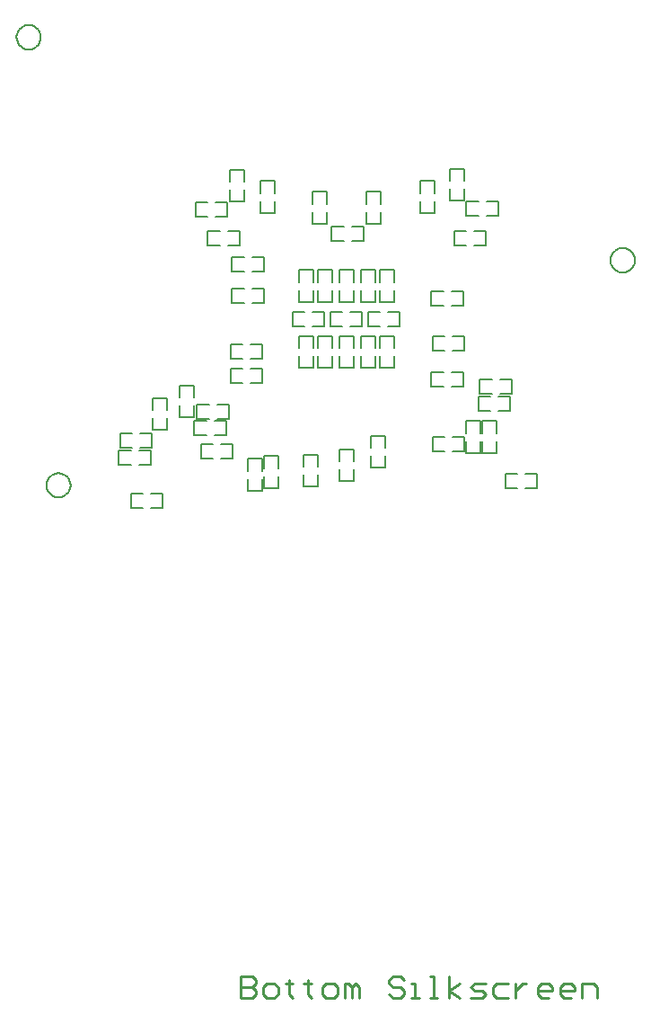
<source format=gbo>
%FSLAX24Y24*%
%MOIN*%
G70*
G01*
G75*
%ADD10C,0.0040*%
%ADD11C,0.0400*%
%ADD12C,0.0157*%
%ADD13R,0.0236X0.0906*%
%ADD14R,0.0380X0.0380*%
%ADD15R,0.0315X0.0472*%
%ADD16R,0.0650X0.0500*%
%ADD17R,0.0600X0.1000*%
%ADD18R,0.0600X0.0600*%
%ADD19R,0.0551X0.0512*%
%ADD20R,0.0472X0.0394*%
%ADD21R,0.1000X0.0600*%
%ADD22R,0.0433X0.0236*%
%ADD23R,0.0800X0.0800*%
%ADD24R,0.2480X0.0846*%
%ADD25R,0.0500X0.0600*%
%ADD26R,0.0512X0.0551*%
%ADD27R,0.0394X0.0472*%
%ADD28O,0.0846X0.0138*%
%ADD29R,0.0846X0.0138*%
%ADD30R,0.1181X0.1575*%
%ADD31C,0.0100*%
%ADD32C,0.0060*%
%ADD33C,0.0050*%
%ADD34C,0.0138*%
%ADD35C,0.0200*%
%ADD36C,0.0250*%
%ADD37C,0.0130*%
%ADD38C,0.0500*%
%ADD39C,0.0300*%
%ADD40C,0.0400*%
%ADD41C,0.0110*%
%ADD42C,0.0098*%
%ADD43C,0.0600*%
%ADD44P,0.0600X8X0*%
%ADD45C,0.0620*%
%ADD46P,0.0620X8X0*%
%ADD47C,0.0180*%
%ADD48C,0.0200*%
%ADD49C,0.0500*%
%ADD50C,0.0150*%
%ADD51C,0.0080*%
%ADD52C,0.0059*%
%ADD53C,0.0098*%
%ADD54C,0.0079*%
D32*
X94969Y81613D02*
X95411D01*
X94969Y81082D02*
Y81613D01*
Y81082D02*
X95411D01*
X95706D02*
X96148D01*
Y81613D01*
X95706D02*
X96148D01*
X85556Y89645D02*
X85998D01*
Y89114D02*
Y89645D01*
X85556Y89114D02*
X85998D01*
X84819D02*
X85261D01*
X84819D02*
Y89645D01*
X85261D01*
X81406Y83113D02*
X81848D01*
Y82582D02*
Y83113D01*
X81406Y82582D02*
X81848D01*
X80669D02*
X81111D01*
X80669D02*
Y83113D01*
X81111D01*
X85418Y80983D02*
Y81425D01*
Y80983D02*
X85949D01*
Y81425D01*
Y81720D02*
Y82162D01*
X85418D02*
X85949D01*
X85418Y81720D02*
Y82162D01*
X86018Y81083D02*
Y81525D01*
Y81083D02*
X86549D01*
Y81525D01*
Y81820D02*
Y82262D01*
X86018D02*
X86549D01*
X86018Y81820D02*
Y82262D01*
X94019Y85113D02*
X94461D01*
X94019Y84582D02*
Y85113D01*
Y84582D02*
X94461D01*
X94756D02*
X95198D01*
Y85113D01*
X94756D02*
X95198D01*
X87318Y87983D02*
Y88425D01*
Y87983D02*
X87849D01*
Y88425D01*
Y88720D02*
Y89162D01*
X87318D02*
X87849D01*
X87318Y88720D02*
Y89162D01*
X89206Y87082D02*
X89648D01*
Y87613D01*
X89206D02*
X89648D01*
X88469D02*
X88911D01*
X88469Y87082D02*
Y87613D01*
Y87082D02*
X88911D01*
X82875Y83703D02*
Y84145D01*
Y83703D02*
X83405D01*
Y84145D01*
Y84440D02*
Y84882D01*
X82875D02*
X83405D01*
X82875Y84440D02*
Y84882D01*
X88018Y88720D02*
Y89162D01*
X88549D01*
Y88720D02*
Y89162D01*
Y87983D02*
Y88425D01*
X88018Y87983D02*
X88549D01*
X88018D02*
Y88425D01*
X90318Y88720D02*
Y89162D01*
X90849D01*
Y88720D02*
Y89162D01*
Y87983D02*
Y88425D01*
X90318Y87983D02*
X90849D01*
X90318D02*
Y88425D01*
X87849Y85533D02*
Y85975D01*
X87318Y85533D02*
X87849D01*
X87318D02*
Y85975D01*
Y86270D02*
Y86712D01*
X87849D01*
Y86270D02*
Y86712D01*
X90149Y85533D02*
Y85975D01*
X89618Y85533D02*
X90149D01*
X89618D02*
Y85975D01*
Y86270D02*
Y86712D01*
X90149D01*
Y86270D02*
Y86712D01*
X93518Y83120D02*
Y83562D01*
X94049D01*
Y83120D02*
Y83562D01*
Y82383D02*
Y82825D01*
X93518Y82383D02*
X94049D01*
X93518D02*
Y82825D01*
X85259Y91699D02*
Y92141D01*
X84729Y91699D02*
X85259D01*
X84729D02*
Y92141D01*
Y92436D02*
Y92878D01*
X85259D01*
Y92436D02*
Y92878D01*
X84406Y82713D02*
X84848D01*
Y82182D02*
Y82713D01*
X84406Y82182D02*
X84848D01*
X83669D02*
X84111D01*
X83669D02*
Y82713D01*
X84111D01*
X93519Y91182D02*
X93961D01*
X93519D02*
Y91713D01*
X93961D01*
X94256D02*
X94698D01*
Y91182D02*
Y91713D01*
X94256Y91182D02*
X94698D01*
X89618Y88720D02*
Y89162D01*
X90149D01*
Y88720D02*
Y89162D01*
Y87983D02*
Y88425D01*
X89618Y87983D02*
X90149D01*
X89618D02*
Y88425D01*
X88549Y85533D02*
Y85975D01*
X88018Y85533D02*
X88549D01*
X88018D02*
Y85975D01*
Y86270D02*
Y86712D01*
X88549D01*
Y86270D02*
Y86712D01*
X90849Y85533D02*
Y85975D01*
X90318Y85533D02*
X90849D01*
X90318D02*
Y85975D01*
Y86270D02*
Y86712D01*
X90849D01*
Y86270D02*
Y86712D01*
X84206Y91663D02*
X84648D01*
Y91132D02*
Y91663D01*
X84206Y91132D02*
X84648D01*
X83469D02*
X83911D01*
X83469D02*
Y91663D01*
X83911D01*
X93449Y91733D02*
Y92175D01*
X92918Y91733D02*
X93449D01*
X92918D02*
Y92175D01*
Y92470D02*
Y92912D01*
X93449D01*
Y92470D02*
Y92912D01*
X88519Y90232D02*
X88961D01*
X88519D02*
Y90763D01*
X88961D01*
X89256D02*
X89698D01*
Y90232D02*
Y90763D01*
X89256Y90232D02*
X89698D01*
X94118Y83120D02*
Y83562D01*
X94649D01*
Y83120D02*
Y83562D01*
Y82383D02*
Y82825D01*
X94118Y82383D02*
X94649D01*
X94118D02*
Y82825D01*
X84156Y83563D02*
X84598D01*
Y83032D02*
Y83563D01*
X84156Y83032D02*
X84598D01*
X83419D02*
X83861D01*
X83419D02*
Y83563D01*
X83861D01*
X90606Y87613D02*
X91048D01*
Y87082D02*
Y87613D01*
X90606Y87082D02*
X91048D01*
X89869D02*
X90311D01*
X89869D02*
Y87613D01*
X90311D01*
X85556Y88463D02*
X85998D01*
Y87932D02*
Y88463D01*
X85556Y87932D02*
X85998D01*
X84819D02*
X85261D01*
X84819D02*
Y88463D01*
X85261D01*
X92349Y91283D02*
Y91725D01*
X91818Y91283D02*
X92349D01*
X91818D02*
Y91725D01*
Y92020D02*
Y92462D01*
X92349D01*
Y92020D02*
Y92462D01*
X84656Y90613D02*
X85098D01*
Y90082D02*
Y90613D01*
X84656Y90082D02*
X85098D01*
X83919D02*
X84361D01*
X83919D02*
Y90613D01*
X84361D01*
X84256Y84163D02*
X84698D01*
Y83632D02*
Y84163D01*
X84256Y83632D02*
X84698D01*
X83519D02*
X83961D01*
X83519D02*
Y84163D01*
X83961D01*
X89968Y82570D02*
Y83012D01*
X90499D01*
Y82570D02*
Y83012D01*
Y81833D02*
Y82275D01*
X89968Y81833D02*
X90499D01*
X89968D02*
Y82275D01*
X92269Y86182D02*
X92711D01*
X92269D02*
Y86713D01*
X92711D01*
X93006D02*
X93448D01*
Y86182D02*
Y86713D01*
X93006Y86182D02*
X93448D01*
X90349Y90883D02*
Y91325D01*
X89818Y90883D02*
X90349D01*
X89818D02*
Y91325D01*
Y91620D02*
Y92062D01*
X90349D01*
Y91620D02*
Y92062D01*
X85506Y85513D02*
X85948D01*
Y84982D02*
Y85513D01*
X85506Y84982D02*
X85948D01*
X84769D02*
X85211D01*
X84769D02*
Y85513D01*
X85211D01*
X89349Y85533D02*
Y85975D01*
X88818Y85533D02*
X89349D01*
X88818D02*
Y85975D01*
Y86270D02*
Y86712D01*
X89349D01*
Y86270D02*
Y86712D01*
X94706Y84463D02*
X95148D01*
Y83932D02*
Y84463D01*
X94706Y83932D02*
X95148D01*
X93969D02*
X94411D01*
X93969D02*
Y84463D01*
X94411D01*
X92219Y84832D02*
X92661D01*
X92219D02*
Y85363D01*
X92661D01*
X92956D02*
X93398D01*
Y84832D02*
Y85363D01*
X92956Y84832D02*
X93398D01*
X92219Y87832D02*
X92661D01*
X92219D02*
Y88363D01*
X92661D01*
X92956D02*
X93398D01*
Y87832D02*
Y88363D01*
X92956Y87832D02*
X93398D01*
X93069Y90082D02*
X93511D01*
X93069D02*
Y90613D01*
X93511D01*
X93806D02*
X94248D01*
Y90082D02*
Y90613D01*
X93806Y90082D02*
X94248D01*
X88349Y90883D02*
Y91325D01*
X87818Y90883D02*
X88349D01*
X87818D02*
Y91325D01*
Y91620D02*
Y92062D01*
X88349D01*
Y91620D02*
Y92062D01*
X86399Y91283D02*
Y91725D01*
X85868Y91283D02*
X86399D01*
X85868D02*
Y91725D01*
Y92020D02*
Y92462D01*
X86399D01*
Y92020D02*
Y92462D01*
X88818Y82070D02*
Y82512D01*
X89349D01*
Y82070D02*
Y82512D01*
Y81333D02*
Y81775D01*
X88818Y81333D02*
X89349D01*
X88818D02*
Y81775D01*
X87468Y81870D02*
Y82312D01*
X87999D01*
Y81870D02*
Y82312D01*
Y81133D02*
Y81575D01*
X87468Y81133D02*
X87999D01*
X87468D02*
Y81575D01*
X92269Y82432D02*
X92711D01*
X92269D02*
Y82963D01*
X92711D01*
X93006D02*
X93448D01*
Y82432D02*
Y82963D01*
X93006Y82432D02*
X93448D01*
X81868Y83970D02*
Y84412D01*
X82399D01*
Y83970D02*
Y84412D01*
Y83233D02*
Y83675D01*
X81868Y83233D02*
X82399D01*
X81868D02*
Y83675D01*
X85506Y86413D02*
X85948D01*
Y85882D02*
Y86413D01*
X85506Y85882D02*
X85948D01*
X84769D02*
X85211D01*
X84769D02*
Y86413D01*
X85211D01*
X81806Y80863D02*
X82248D01*
Y80332D02*
Y80863D01*
X81806Y80332D02*
X82248D01*
X81069D02*
X81511D01*
X81069D02*
Y80863D01*
X81511D01*
X88818Y88720D02*
Y89162D01*
X89349D01*
Y88720D02*
Y89162D01*
Y87983D02*
Y88425D01*
X88818Y87983D02*
X89349D01*
X88818D02*
Y88425D01*
X87069Y87082D02*
X87511D01*
X87069D02*
Y87613D01*
X87511D01*
X87806D02*
X88248D01*
Y87082D02*
Y87613D01*
X87806Y87082D02*
X88248D01*
X80619Y82463D02*
X81061D01*
X80619Y81932D02*
Y82463D01*
Y81932D02*
X81061D01*
X81356D02*
X81798D01*
Y82463D01*
X81356D02*
X81798D01*
D42*
X85145Y62992D02*
Y62165D01*
X85558D01*
X85696Y62303D01*
Y62441D01*
X85558Y62578D01*
X85145D01*
X85558D01*
X85696Y62716D01*
Y62854D01*
X85558Y62992D01*
X85145D01*
X86109Y62165D02*
X86385D01*
X86523Y62303D01*
Y62578D01*
X86385Y62716D01*
X86109D01*
X85972Y62578D01*
Y62303D01*
X86109Y62165D01*
X86936Y62854D02*
Y62716D01*
X86798D01*
X87074D01*
X86936D01*
Y62303D01*
X87074Y62165D01*
X87625Y62854D02*
Y62716D01*
X87487D01*
X87762D01*
X87625D01*
Y62303D01*
X87762Y62165D01*
X88313D02*
X88589D01*
X88727Y62303D01*
Y62578D01*
X88589Y62716D01*
X88313D01*
X88176Y62578D01*
Y62303D01*
X88313Y62165D01*
X89002D02*
Y62716D01*
X89140D01*
X89278Y62578D01*
Y62165D01*
Y62578D01*
X89415Y62716D01*
X89553Y62578D01*
Y62165D01*
X91206Y62854D02*
X91068Y62992D01*
X90793D01*
X90655Y62854D01*
Y62716D01*
X90793Y62578D01*
X91068D01*
X91206Y62441D01*
Y62303D01*
X91068Y62165D01*
X90793D01*
X90655Y62303D01*
X91482Y62165D02*
X91757D01*
X91619D01*
Y62716D01*
X91482D01*
X92170Y62165D02*
X92446D01*
X92308D01*
Y62992D01*
X92170D01*
X92859Y62165D02*
Y62992D01*
Y62441D02*
X93272Y62716D01*
X92859Y62441D02*
X93272Y62165D01*
X93686D02*
X94099D01*
X94237Y62303D01*
X94099Y62441D01*
X93823D01*
X93686Y62578D01*
X93823Y62716D01*
X94237D01*
X95063D02*
X94650D01*
X94512Y62578D01*
Y62303D01*
X94650Y62165D01*
X95063D01*
X95339Y62716D02*
Y62165D01*
Y62441D01*
X95476Y62578D01*
X95614Y62716D01*
X95752D01*
X96578Y62165D02*
X96303D01*
X96165Y62303D01*
Y62578D01*
X96303Y62716D01*
X96578D01*
X96716Y62578D01*
Y62441D01*
X96165D01*
X97405Y62165D02*
X97129D01*
X96992Y62303D01*
Y62578D01*
X97129Y62716D01*
X97405D01*
X97543Y62578D01*
Y62441D01*
X96992D01*
X97818Y62165D02*
Y62716D01*
X98231D01*
X98369Y62578D01*
Y62165D01*
D51*
X78823Y81181D02*
X78812Y81281D01*
X78779Y81376D01*
X78725Y81462D01*
X78654Y81533D01*
X78569Y81586D01*
X78474Y81620D01*
X78373Y81631D01*
X78273Y81620D01*
X78178Y81586D01*
X78093Y81533D01*
X78022Y81462D01*
X77968Y81376D01*
X77935Y81281D01*
X77923Y81181D01*
X77935Y81081D01*
X77968Y80986D01*
X78022Y80900D01*
X78093Y80829D01*
X78178Y80776D01*
X78273Y80742D01*
X78373Y80731D01*
X78474Y80742D01*
X78569Y80776D01*
X78654Y80829D01*
X78725Y80900D01*
X78779Y80986D01*
X78812Y81081D01*
X78823Y81181D01*
X99768Y89527D02*
X99757Y89628D01*
X99724Y89723D01*
X99670Y89808D01*
X99599Y89879D01*
X99514Y89933D01*
X99418Y89966D01*
X99318Y89977D01*
X99218Y89966D01*
X99123Y89933D01*
X99038Y89879D01*
X98967Y89808D01*
X98913Y89723D01*
X98880Y89628D01*
X98868Y89527D01*
X98880Y89427D01*
X98913Y89332D01*
X98967Y89247D01*
X99038Y89176D01*
X99123Y89122D01*
X99218Y89089D01*
X99318Y89077D01*
X99418Y89089D01*
X99514Y89122D01*
X99599Y89176D01*
X99670Y89247D01*
X99724Y89332D01*
X99757Y89427D01*
X99768Y89527D01*
X77721Y97795D02*
X77710Y97895D01*
X77677Y97990D01*
X77623Y98076D01*
X77552Y98147D01*
X77466Y98201D01*
X77371Y98234D01*
X77271Y98245D01*
X77171Y98234D01*
X77076Y98201D01*
X76991Y98147D01*
X76919Y98076D01*
X76866Y97990D01*
X76832Y97895D01*
X76821Y97795D01*
X76832Y97695D01*
X76866Y97600D01*
X76919Y97515D01*
X76991Y97443D01*
X77076Y97390D01*
X77171Y97356D01*
X77271Y97345D01*
X77371Y97356D01*
X77466Y97390D01*
X77552Y97443D01*
X77623Y97515D01*
X77677Y97600D01*
X77710Y97695D01*
X77721Y97795D01*
M02*

</source>
